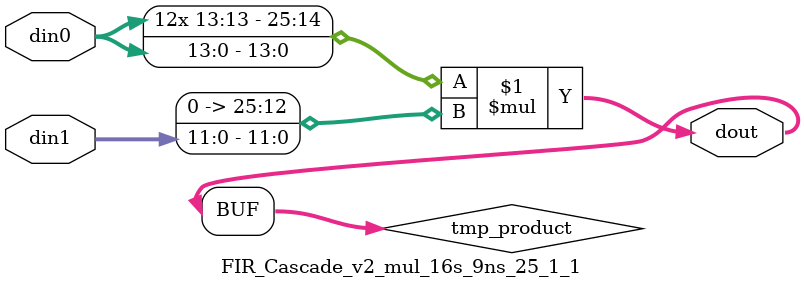
<source format=v>

`timescale 1 ns / 1 ps

 module FIR_Cascade_v2_mul_16s_9ns_25_1_1(din0, din1, dout);
parameter ID = 1;
parameter NUM_STAGE = 0;
parameter din0_WIDTH = 14;
parameter din1_WIDTH = 12;
parameter dout_WIDTH = 26;

input [din0_WIDTH - 1 : 0] din0; 
input [din1_WIDTH - 1 : 0] din1; 
output [dout_WIDTH - 1 : 0] dout;

wire signed [dout_WIDTH - 1 : 0] tmp_product;


























assign tmp_product = $signed(din0) * $signed({1'b0, din1});









assign dout = tmp_product;





















endmodule

</source>
